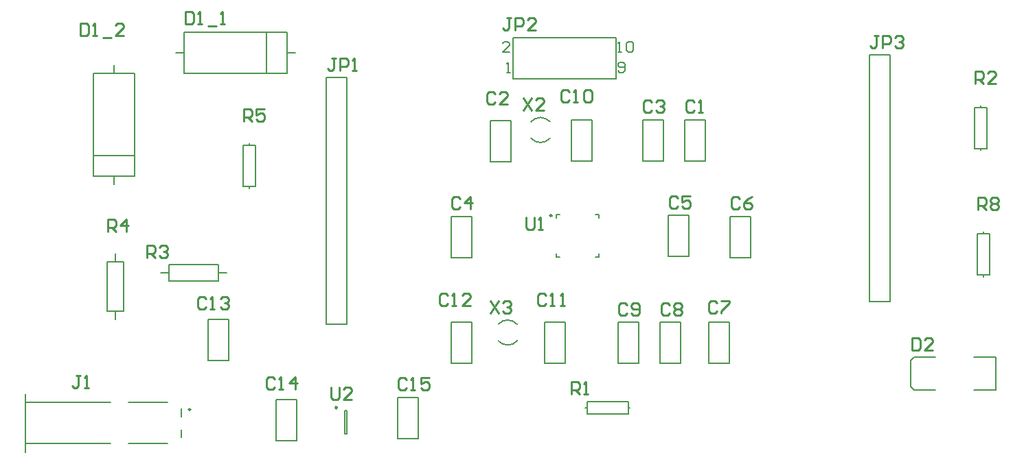
<source format=gto>
%FSLAX44Y44*%
%MOMM*%
G71*
G01*
G75*
%ADD10R,2.4000X3.3000*%
%ADD11R,1.3000X0.5500*%
%ADD12O,0.7500X0.3000*%
%ADD13O,0.3000X0.7500*%
%ADD14R,3.6000X3.6000*%
%ADD15C,0.6530*%
%ADD16C,0.3000*%
%ADD17C,0.2540*%
%ADD18C,1.3000*%
%ADD19C,1.4000*%
%ADD20R,1.5000X1.5000*%
%ADD21C,1.5000*%
%ADD22R,1.5000X1.5000*%
%ADD23C,1.2000*%
%ADD24O,2.5000X1.4000*%
G04:AMPARAMS|DCode=25|XSize=1.52mm|YSize=1.52mm|CornerRadius=0.38mm|HoleSize=0mm|Usage=FLASHONLY|Rotation=270.000|XOffset=0mm|YOffset=0mm|HoleType=Round|Shape=RoundedRectangle|*
%AMROUNDEDRECTD25*
21,1,1.5200,0.7600,0,0,270.0*
21,1,0.7600,1.5200,0,0,270.0*
1,1,0.7600,-0.3800,-0.3800*
1,1,0.7600,-0.3800,0.3800*
1,1,0.7600,0.3800,0.3800*
1,1,0.7600,0.3800,-0.3800*
%
%ADD25ROUNDEDRECTD25*%
%ADD26C,1.5200*%
%ADD27C,1.6500*%
%ADD28C,1.1000*%
%ADD29C,1.2700*%
%ADD30C,0.5000*%
%ADD31C,1.0160*%
%ADD32C,1.7160*%
%ADD33C,1.8660*%
%ADD34C,1.9160*%
%ADD35C,1.7160*%
%ADD36O,2.5160X1.7660*%
%ADD37C,2.0160*%
%ADD38C,0.2000*%
%ADD39C,0.2500*%
%ADD40C,0.2032*%
D17*
X1299461Y1257042D02*
X1296922Y1259581D01*
X1291843D01*
X1289304Y1257042D01*
Y1246885D01*
X1291843Y1244346D01*
X1296922D01*
X1299461Y1246885D01*
X1304539Y1244346D02*
X1309617D01*
X1307078D01*
Y1259581D01*
X1304539Y1257042D01*
X1054097Y1267456D02*
X1051557Y1269995D01*
X1046479D01*
X1043940Y1267456D01*
Y1257299D01*
X1046479Y1254760D01*
X1051557D01*
X1054097Y1257299D01*
X1069332Y1254760D02*
X1059175D01*
X1069332Y1264917D01*
Y1267456D01*
X1066793Y1269995D01*
X1061714D01*
X1059175Y1267456D01*
X1247391Y1257042D02*
X1244852Y1259581D01*
X1239773D01*
X1237234Y1257042D01*
Y1246885D01*
X1239773Y1244346D01*
X1244852D01*
X1247391Y1246885D01*
X1252469Y1257042D02*
X1255008Y1259581D01*
X1260087D01*
X1262626Y1257042D01*
Y1254503D01*
X1260087Y1251964D01*
X1257547D01*
X1260087D01*
X1262626Y1249424D01*
Y1246885D01*
X1260087Y1244346D01*
X1255008D01*
X1252469Y1246885D01*
X1011171Y1137662D02*
X1008632Y1140201D01*
X1003553D01*
X1001014Y1137662D01*
Y1127505D01*
X1003553Y1124966D01*
X1008632D01*
X1011171Y1127505D01*
X1023867Y1124966D02*
Y1140201D01*
X1016249Y1132583D01*
X1026406D01*
X1279141Y1138932D02*
X1276601Y1141471D01*
X1271523D01*
X1268984Y1138932D01*
Y1128775D01*
X1271523Y1126236D01*
X1276601D01*
X1279141Y1128775D01*
X1294376Y1141471D02*
X1284219D01*
Y1133854D01*
X1289297Y1136393D01*
X1291837D01*
X1294376Y1133854D01*
Y1128775D01*
X1291837Y1126236D01*
X1286758D01*
X1284219Y1128775D01*
X1355341Y1137662D02*
X1352802Y1140201D01*
X1347723D01*
X1345184Y1137662D01*
Y1127505D01*
X1347723Y1124966D01*
X1352802D01*
X1355341Y1127505D01*
X1370576Y1140201D02*
X1365497Y1137662D01*
X1360419Y1132583D01*
Y1127505D01*
X1362958Y1124966D01*
X1368037D01*
X1370576Y1127505D01*
Y1130044D01*
X1368037Y1132583D01*
X1360419D01*
X1327147Y1009646D02*
X1324608Y1012185D01*
X1319529D01*
X1316990Y1009646D01*
Y999489D01*
X1319529Y996950D01*
X1324608D01*
X1327147Y999489D01*
X1332225Y1012185D02*
X1342382D01*
Y1009646D01*
X1332225Y999489D01*
Y996950D01*
X1268981Y1006852D02*
X1266441Y1009391D01*
X1261363D01*
X1258824Y1006852D01*
Y996695D01*
X1261363Y994156D01*
X1266441D01*
X1268981Y996695D01*
X1274059Y1006852D02*
X1276598Y1009391D01*
X1281677D01*
X1284216Y1006852D01*
Y1004313D01*
X1281677Y1001774D01*
X1284216Y999234D01*
Y996695D01*
X1281677Y994156D01*
X1276598D01*
X1274059Y996695D01*
Y999234D01*
X1276598Y1001774D01*
X1274059Y1004313D01*
Y1006852D01*
X1276598Y1001774D02*
X1281677D01*
X1216911Y1006852D02*
X1214371Y1009391D01*
X1209293D01*
X1206754Y1006852D01*
Y996695D01*
X1209293Y994156D01*
X1214371D01*
X1216911Y996695D01*
X1221989D02*
X1224528Y994156D01*
X1229607D01*
X1232146Y996695D01*
Y1006852D01*
X1229607Y1009391D01*
X1224528D01*
X1221989Y1006852D01*
Y1004313D01*
X1224528Y1001774D01*
X1232146D01*
X1145537Y1269996D02*
X1142998Y1272535D01*
X1137919D01*
X1135380Y1269996D01*
Y1259839D01*
X1137919Y1257300D01*
X1142998D01*
X1145537Y1259839D01*
X1150615Y1257300D02*
X1155693D01*
X1153154D01*
Y1272535D01*
X1150615Y1269996D01*
X1163311D02*
X1165850Y1272535D01*
X1170928D01*
X1173468Y1269996D01*
Y1259839D01*
X1170928Y1257300D01*
X1165850D01*
X1163311Y1259839D01*
Y1269996D01*
X1116327Y1018536D02*
X1113788Y1021075D01*
X1108709D01*
X1106170Y1018536D01*
Y1008379D01*
X1108709Y1005840D01*
X1113788D01*
X1116327Y1008379D01*
X1121405Y1005840D02*
X1126483D01*
X1123944D01*
Y1021075D01*
X1121405Y1018536D01*
X1134101Y1005840D02*
X1139179D01*
X1136640D01*
Y1021075D01*
X1134101Y1018536D01*
X995677D02*
X993138Y1021075D01*
X988059D01*
X985520Y1018536D01*
Y1008379D01*
X988059Y1005840D01*
X993138D01*
X995677Y1008379D01*
X1000755Y1005840D02*
X1005833D01*
X1003294D01*
Y1021075D01*
X1000755Y1018536D01*
X1023608Y1005840D02*
X1013451D01*
X1023608Y1015997D01*
Y1018536D01*
X1021068Y1021075D01*
X1015990D01*
X1013451Y1018536D01*
X697227Y1014726D02*
X694688Y1017265D01*
X689609D01*
X687070Y1014726D01*
Y1004569D01*
X689609Y1002030D01*
X694688D01*
X697227Y1004569D01*
X702305Y1002030D02*
X707383D01*
X704844D01*
Y1017265D01*
X702305Y1014726D01*
X715001D02*
X717540Y1017265D01*
X722618D01*
X725158Y1014726D01*
Y1012187D01*
X722618Y1009648D01*
X720079D01*
X722618D01*
X725158Y1007108D01*
Y1004569D01*
X722618Y1002030D01*
X717540D01*
X715001Y1004569D01*
X782317Y915666D02*
X779778Y918205D01*
X774699D01*
X772160Y915666D01*
Y905509D01*
X774699Y902970D01*
X779778D01*
X782317Y905509D01*
X787395Y902970D02*
X792473D01*
X789934D01*
Y918205D01*
X787395Y915666D01*
X807709Y902970D02*
Y918205D01*
X800091Y910587D01*
X810248D01*
X945131Y914142D02*
X942591Y916681D01*
X937513D01*
X934974Y914142D01*
Y903985D01*
X937513Y901446D01*
X942591D01*
X945131Y903985D01*
X950209Y901446D02*
X955287D01*
X952748D01*
Y916681D01*
X950209Y914142D01*
X973062Y916681D02*
X962905D01*
Y909063D01*
X967983Y911603D01*
X970523D01*
X973062Y909063D01*
Y903985D01*
X970523Y901446D01*
X965444D01*
X962905Y903985D01*
X671830Y1369055D02*
Y1353820D01*
X679447D01*
X681987Y1356359D01*
Y1366516D01*
X679447Y1369055D01*
X671830D01*
X687065Y1353820D02*
X692143D01*
X689604D01*
Y1369055D01*
X687065Y1366516D01*
X699761Y1351281D02*
X709918D01*
X714996Y1353820D02*
X720074D01*
X717535D01*
Y1369055D01*
X714996Y1366516D01*
X542290Y1355085D02*
Y1339850D01*
X549907D01*
X552447Y1342389D01*
Y1352546D01*
X549907Y1355085D01*
X542290D01*
X557525Y1339850D02*
X562603D01*
X560064D01*
Y1355085D01*
X557525Y1352546D01*
X570221Y1337311D02*
X580378D01*
X595613Y1339850D02*
X585456D01*
X595613Y1350007D01*
Y1352546D01*
X593074Y1355085D01*
X587995D01*
X585456Y1352546D01*
X1567688Y966465D02*
Y951230D01*
X1575305D01*
X1577845Y953769D01*
Y963926D01*
X1575305Y966465D01*
X1567688D01*
X1593080Y951230D02*
X1582923D01*
X1593080Y961387D01*
Y963926D01*
X1590541Y966465D01*
X1585462D01*
X1582923Y963926D01*
X542287Y919475D02*
X537208D01*
X539748D01*
Y906779D01*
X537208Y904240D01*
X534669D01*
X532130Y906779D01*
X547365Y904240D02*
X552443D01*
X549904D01*
Y919475D01*
X547365Y916936D01*
X857501Y1311651D02*
X852422D01*
X854961D01*
Y1298955D01*
X852422Y1296416D01*
X849883D01*
X847344Y1298955D01*
X862579Y1296416D02*
Y1311651D01*
X870197D01*
X872736Y1309112D01*
Y1304034D01*
X870197Y1301494D01*
X862579D01*
X877814Y1296416D02*
X882893D01*
X880353D01*
Y1311651D01*
X877814Y1309112D01*
X1073655Y1361181D02*
X1068576D01*
X1071115D01*
Y1348485D01*
X1068576Y1345946D01*
X1066037D01*
X1063498Y1348485D01*
X1078733Y1345946D02*
Y1361181D01*
X1086351D01*
X1088890Y1358642D01*
Y1353564D01*
X1086351Y1351024D01*
X1078733D01*
X1104125Y1345946D02*
X1093968D01*
X1104125Y1356103D01*
Y1358642D01*
X1101586Y1361181D01*
X1096507D01*
X1093968Y1358642D01*
X1526791Y1339591D02*
X1521712D01*
X1524252D01*
Y1326895D01*
X1521712Y1324356D01*
X1519173D01*
X1516634Y1326895D01*
X1531869Y1324356D02*
Y1339591D01*
X1539487D01*
X1542026Y1337052D01*
Y1331974D01*
X1539487Y1329434D01*
X1531869D01*
X1547104Y1337052D02*
X1549643Y1339591D01*
X1554722D01*
X1557261Y1337052D01*
Y1334513D01*
X1554722Y1331974D01*
X1552182D01*
X1554722D01*
X1557261Y1329434D01*
Y1326895D01*
X1554722Y1324356D01*
X1549643D01*
X1547104Y1326895D01*
X1147572Y897128D02*
Y912363D01*
X1155190D01*
X1157729Y909824D01*
Y904745D01*
X1155190Y902206D01*
X1147572D01*
X1152650D02*
X1157729Y897128D01*
X1162807D02*
X1167885D01*
X1165346D01*
Y912363D01*
X1162807Y909824D01*
X1645412Y1280668D02*
Y1295903D01*
X1653029D01*
X1655569Y1293364D01*
Y1288286D01*
X1653029Y1285746D01*
X1645412D01*
X1650490D02*
X1655569Y1280668D01*
X1670804D02*
X1660647D01*
X1670804Y1290825D01*
Y1293364D01*
X1668265Y1295903D01*
X1663186D01*
X1660647Y1293364D01*
X624332Y1065276D02*
Y1080511D01*
X631950D01*
X634489Y1077972D01*
Y1072894D01*
X631950Y1070354D01*
X624332D01*
X629410D02*
X634489Y1065276D01*
X639567Y1077972D02*
X642106Y1080511D01*
X647185D01*
X649724Y1077972D01*
Y1075433D01*
X647185Y1072894D01*
X644645D01*
X647185D01*
X649724Y1070354D01*
Y1067815D01*
X647185Y1065276D01*
X642106D01*
X639567Y1067815D01*
X576834Y1097788D02*
Y1113023D01*
X584451D01*
X586991Y1110484D01*
Y1105406D01*
X584451Y1102866D01*
X576834D01*
X581912D02*
X586991Y1097788D01*
X599687D02*
Y1113023D01*
X592069Y1105406D01*
X602226D01*
X743712Y1233678D02*
Y1248913D01*
X751329D01*
X753869Y1246374D01*
Y1241295D01*
X751329Y1238756D01*
X743712D01*
X748790D02*
X753869Y1233678D01*
X769104Y1248913D02*
X758947D01*
Y1241295D01*
X764025Y1243835D01*
X766565D01*
X769104Y1241295D01*
Y1236217D01*
X766565Y1233678D01*
X761486D01*
X758947Y1236217D01*
X1649222Y1124458D02*
Y1139693D01*
X1656839D01*
X1659379Y1137154D01*
Y1132076D01*
X1656839Y1129536D01*
X1649222D01*
X1654300D02*
X1659379Y1124458D01*
X1664457Y1137154D02*
X1666996Y1139693D01*
X1672075D01*
X1674614Y1137154D01*
Y1134615D01*
X1672075Y1132076D01*
X1674614Y1129536D01*
Y1126997D01*
X1672075Y1124458D01*
X1666996D01*
X1664457Y1126997D01*
Y1129536D01*
X1666996Y1132076D01*
X1664457Y1134615D01*
Y1137154D01*
X1666996Y1132076D02*
X1672075D01*
X1092200Y1115055D02*
Y1102359D01*
X1094739Y1099820D01*
X1099818D01*
X1102357Y1102359D01*
Y1115055D01*
X1107435Y1099820D02*
X1112513D01*
X1109974D01*
Y1115055D01*
X1107435Y1112516D01*
X851281Y905378D02*
Y892682D01*
X853820Y890143D01*
X858898D01*
X861438Y892682D01*
Y905378D01*
X876673Y890143D02*
X866516D01*
X876673Y900300D01*
Y902839D01*
X874134Y905378D01*
X869055D01*
X866516Y902839D01*
X1088390Y1262375D02*
X1098547Y1247140D01*
Y1262375D02*
X1088390Y1247140D01*
X1113782D02*
X1103625D01*
X1113782Y1257297D01*
Y1259836D01*
X1111243Y1262375D01*
X1106164D01*
X1103625Y1259836D01*
X1047750Y1012185D02*
X1057907Y996950D01*
Y1012185D02*
X1047750Y996950D01*
X1062985Y1009646D02*
X1065524Y1012185D01*
X1070603D01*
X1073142Y1009646D01*
Y1007107D01*
X1070603Y1004567D01*
X1068063D01*
X1070603D01*
X1073142Y1002028D01*
Y999489D01*
X1070603Y996950D01*
X1065524D01*
X1062985Y999489D01*
D38*
X1098187Y1212951D02*
G03*
X1121632Y1212789I11793J10059D01*
G01*
X1121533Y1233231D02*
G03*
X1098087Y1233069I-11652J-10221D01*
G01*
X1081133Y982879D02*
G03*
X1057688Y983041I-11793J-10059D01*
G01*
X1057787Y962599D02*
G03*
X1081233Y962761I11652J10221D01*
G01*
X1164844Y880110D02*
X1167130D01*
X1217930D02*
X1220216D01*
X1167130D02*
Y887730D01*
X1217930D01*
Y872490D02*
Y887730D01*
X1167130Y872490D02*
X1217930D01*
X1167130D02*
Y880110D01*
X1656080Y1041654D02*
Y1043940D01*
Y1094740D02*
Y1097026D01*
X1648460Y1043940D02*
X1656080D01*
X1648460D02*
Y1094740D01*
X1663700D01*
Y1043940D02*
Y1094740D01*
X1656080Y1043940D02*
X1663700D01*
X1570770Y942520D02*
X1596770D01*
X1566270Y938020D02*
X1570770Y942520D01*
X1566270Y906020D02*
X1570770Y901470D01*
X1644270Y901520D02*
X1671270D01*
X1644270Y942520D02*
X1671270D01*
Y901520D02*
Y942520D01*
X1566270Y906020D02*
Y938020D01*
X1570770Y901520D02*
X1596770D01*
X1652270Y1197864D02*
Y1200150D01*
Y1250950D02*
Y1253236D01*
X1644650Y1200150D02*
X1652270D01*
X1644650D02*
Y1250950D01*
X1659890D01*
Y1200150D02*
Y1250950D01*
X1652270Y1200150D02*
X1659890D01*
X1515110Y1010920D02*
X1540510D01*
X1515110D02*
Y1315720D01*
X1540510D01*
Y1296670D02*
Y1315720D01*
Y1010920D02*
Y1296670D01*
X845820Y982980D02*
X871220D01*
X845820D02*
Y1287780D01*
X871220D01*
Y1268730D02*
Y1287780D01*
Y982980D02*
Y1268730D01*
X750570Y1203960D02*
Y1206246D01*
Y1150874D02*
Y1153160D01*
Y1203960D02*
X758190D01*
Y1153160D02*
Y1203960D01*
X742950Y1153160D02*
X758190D01*
X742950D02*
Y1203960D01*
X750570D01*
X871450Y847830D02*
Y876830D01*
X868450Y847830D02*
Y876830D01*
Y847830D02*
X871450D01*
X868450Y876830D02*
X871450D01*
X1202690Y1286510D02*
Y1337310D01*
X1075690Y1286510D02*
Y1337310D01*
X1202690D01*
X1075690Y1286510D02*
X1202690D01*
X712470Y1046480D02*
X722630D01*
X641350D02*
X651510D01*
Y1036320D02*
X712470D01*
Y1056640D01*
X651510D02*
X712470D01*
X651510Y1036320D02*
Y1056640D01*
X585470Y1060450D02*
Y1070610D01*
Y989330D02*
Y999490D01*
X595630D02*
Y1060450D01*
X575310D02*
X595630D01*
X575310Y999490D02*
Y1060450D01*
Y999490D02*
X595630D01*
X1257300Y934720D02*
X1282700D01*
X1257300D02*
Y985520D01*
X1282700D01*
Y934720D02*
Y985520D01*
X1287780Y1184910D02*
X1313180D01*
X1287780D02*
Y1235710D01*
X1313180D01*
Y1184910D02*
Y1235710D01*
X1205230Y934720D02*
X1230630D01*
X1205230D02*
Y985520D01*
X1230630D01*
Y934720D02*
Y985520D01*
X1235710Y1184910D02*
X1261110D01*
X1235710D02*
Y1235710D01*
X1261110D01*
Y1184910D02*
Y1235710D01*
X999490Y1116330D02*
X1024890D01*
Y1065530D02*
Y1116330D01*
X999490Y1065530D02*
X1024890D01*
X999490D02*
Y1116330D01*
X1343660D02*
X1369060D01*
Y1065530D02*
Y1116330D01*
X1343660Y1065530D02*
X1369060D01*
X1343660D02*
Y1116330D01*
X1267460Y1117600D02*
X1292860D01*
Y1066800D02*
Y1117600D01*
X1267460Y1066800D02*
X1292860D01*
X1267460D02*
Y1117600D01*
X933450Y842010D02*
X958850D01*
X933450D02*
Y892810D01*
X958850D01*
Y842010D02*
Y892810D01*
X999490Y985520D02*
X1024890D01*
Y934720D02*
Y985520D01*
X999490Y934720D02*
X1024890D01*
X999490D02*
Y985520D01*
X1115060D02*
X1140460D01*
Y934720D02*
Y985520D01*
X1115060Y934720D02*
X1140460D01*
X1115060D02*
Y985520D01*
X1047750Y1234440D02*
X1073150D01*
Y1183640D02*
Y1234440D01*
X1047750Y1183640D02*
X1073150D01*
X1047750D02*
Y1234440D01*
X1148080Y1235710D02*
X1173480D01*
Y1184910D02*
Y1235710D01*
X1148080Y1184910D02*
X1173480D01*
X1148080D02*
Y1235710D01*
X1316990Y934720D02*
X1342390D01*
X1316990D02*
Y985520D01*
X1342390D01*
Y934720D02*
Y985520D01*
X783590Y890270D02*
X808990D01*
Y839470D02*
Y890270D01*
X783590Y839470D02*
X808990D01*
X783590D02*
Y890270D01*
X667100Y869060D02*
Y879060D01*
X602000Y886660D02*
X650000D01*
X474600D02*
X580000D01*
X474600Y825060D02*
Y897060D01*
Y835460D02*
X580000D01*
X667100Y843060D02*
Y853060D01*
X602000Y835460D02*
X650000D01*
X699770Y989330D02*
X725170D01*
Y938530D02*
Y989330D01*
X699770Y938530D02*
X725170D01*
X699770D02*
Y989330D01*
X609600Y1165860D02*
Y1292860D01*
X558800D02*
X609600D01*
X558800Y1165860D02*
Y1292860D01*
Y1165860D02*
X609600D01*
X558800Y1191260D02*
X609600D01*
X584200Y1292860D02*
Y1303020D01*
Y1155700D02*
Y1165860D01*
X670560Y1343660D02*
X797560D01*
X670560Y1292860D02*
Y1343660D01*
Y1292860D02*
X797560D01*
Y1343660D01*
X772160Y1292860D02*
Y1343660D01*
X660400Y1318260D02*
X670560D01*
X797560D02*
X807720D01*
X1129200Y1113950D02*
Y1118700D01*
X1133950D01*
X1177450D02*
X1182200D01*
Y1113950D02*
Y1118700D01*
Y1065700D02*
Y1070450D01*
X1177450Y1065700D02*
X1182200D01*
X1129200D02*
Y1070450D01*
Y1065700D02*
X1133950D01*
D39*
X859200Y880080D02*
G03*
X859200Y880080I-1250J0D01*
G01*
X678460Y877617D02*
G03*
X678460Y877617I-1250J0D01*
G01*
X1123950Y1117200D02*
G03*
X1123950Y1117200I-1250J0D01*
G01*
D40*
X1071454Y1319530D02*
X1062990D01*
X1071454Y1327994D01*
Y1330110D01*
X1069338Y1332226D01*
X1065106D01*
X1062990Y1330110D01*
X1068070Y1294130D02*
X1072302D01*
X1070186D01*
Y1306826D01*
X1068070Y1304710D01*
X1205230Y1296246D02*
X1207346Y1294130D01*
X1211578D01*
X1213694Y1296246D01*
Y1304710D01*
X1211578Y1306826D01*
X1207346D01*
X1205230Y1304710D01*
Y1302594D01*
X1207346Y1300478D01*
X1213694D01*
X1205230Y1319530D02*
X1209462D01*
X1207346D01*
Y1332226D01*
X1205230Y1330110D01*
X1215810D02*
X1217926Y1332226D01*
X1222158D01*
X1224274Y1330110D01*
Y1321646D01*
X1222158Y1319530D01*
X1217926D01*
X1215810Y1321646D01*
Y1330110D01*
M02*

</source>
